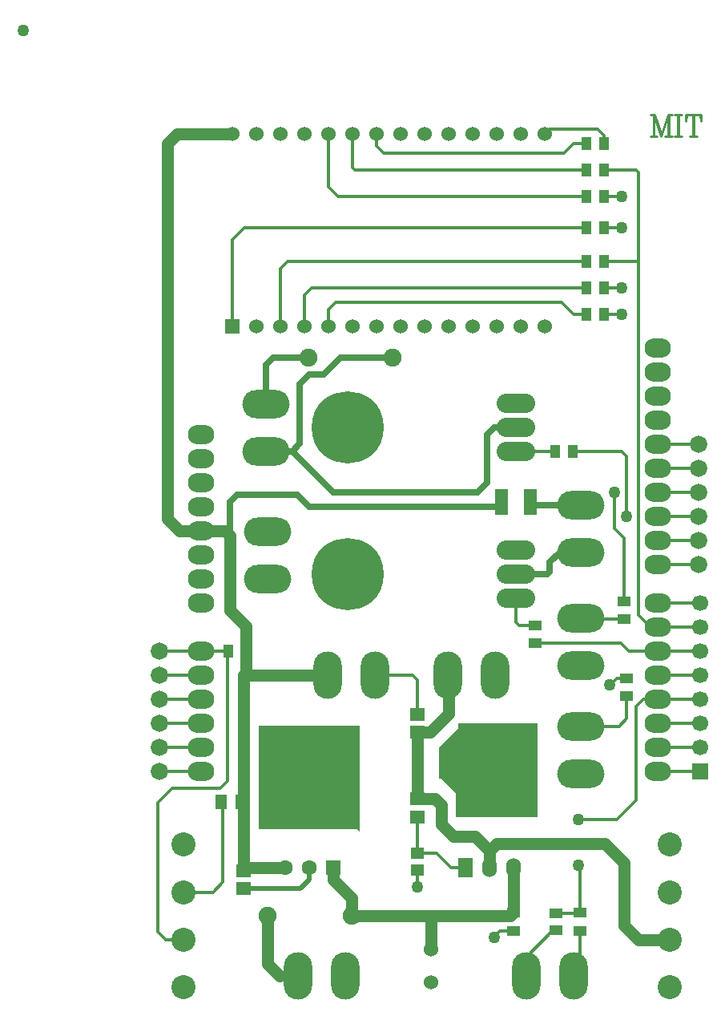
<source format=gtl>
G04 Layer_Physical_Order=1*
G04 Layer_Color=25308*
%FSLAX25Y25*%
%MOIN*%
G70*
G01*
G75*
%ADD10R,0.05709X0.11024*%
%ADD11R,0.05315X0.03937*%
%ADD12R,0.05500X0.04000*%
%ADD13R,0.05709X0.04528*%
%ADD14R,0.06102X0.05315*%
%ADD15R,0.05906X0.05512*%
%ADD16R,0.04921X0.06102*%
%ADD17R,0.04134X0.05709*%
%ADD18R,0.03937X0.05315*%
%ADD19C,0.02500*%
%ADD20C,0.01200*%
%ADD21C,0.02000*%
%ADD22C,0.05000*%
%ADD23C,0.01000*%
%ADD24R,0.06299X0.06299*%
%ADD25C,0.06299*%
G04:AMPARAMS|DCode=26|XSize=196.85mil|YSize=118.11mil|CornerRadius=59.06mil|HoleSize=0mil|Usage=FLASHONLY|Rotation=0.000|XOffset=0mil|YOffset=0mil|HoleType=Round|Shape=RoundedRectangle|*
%AMROUNDEDRECTD26*
21,1,0.19685,0.00000,0,0,0.0*
21,1,0.07874,0.11811,0,0,0.0*
1,1,0.11811,0.03937,0.00000*
1,1,0.11811,-0.03937,0.00000*
1,1,0.11811,-0.03937,0.00000*
1,1,0.11811,0.03937,0.00000*
%
%ADD26ROUNDEDRECTD26*%
%ADD27C,0.10000*%
G04:AMPARAMS|DCode=28|XSize=196.85mil|YSize=118.11mil|CornerRadius=59.06mil|HoleSize=0mil|Usage=FLASHONLY|Rotation=90.000|XOffset=0mil|YOffset=0mil|HoleType=Round|Shape=RoundedRectangle|*
%AMROUNDEDRECTD28*
21,1,0.19685,0.00000,0,0,90.0*
21,1,0.07874,0.11811,0,0,90.0*
1,1,0.11811,0.00000,0.03937*
1,1,0.11811,0.00000,-0.03937*
1,1,0.11811,0.00000,-0.03937*
1,1,0.11811,0.00000,0.03937*
%
%ADD28ROUNDEDRECTD28*%
%ADD29R,0.06000X0.08000*%
%ADD30O,0.06000X0.08000*%
%ADD31C,0.06000*%
%ADD32C,0.07500*%
%ADD33R,0.06000X0.06000*%
%ADD34O,0.16000X0.08000*%
%ADD35C,0.30000*%
%ADD36C,0.06693*%
%ADD37R,0.06693X0.06693*%
%ADD38C,0.07200*%
%ADD39O,0.11000X0.08000*%
%ADD40C,0.05000*%
G36*
X196000Y190000D02*
X195000Y191000D01*
X154000D01*
Y234000D01*
X196000D01*
Y190000D01*
D02*
G37*
G36*
X270000Y196000D02*
X236000D01*
Y206000D01*
X230000Y212000D01*
X229000D01*
Y225000D01*
X237000Y233000D01*
Y235000D01*
X270000D01*
Y196000D01*
D02*
G37*
D10*
X267004Y327000D02*
D03*
X254996D02*
D03*
D11*
X269000Y275543D02*
D03*
Y268457D02*
D03*
X307000Y246457D02*
D03*
Y253543D02*
D03*
X277500Y148957D02*
D03*
Y156043D02*
D03*
X306000Y278457D02*
D03*
Y285543D02*
D03*
D12*
X287500Y156250D02*
D03*
Y148750D02*
D03*
X260000Y156250D02*
D03*
Y148750D02*
D03*
D13*
X220000Y174055D02*
D03*
Y180945D02*
D03*
D14*
Y203839D02*
D03*
Y196161D02*
D03*
D15*
X147500Y166260D02*
D03*
Y173740D02*
D03*
X220000Y238740D02*
D03*
Y231260D02*
D03*
D16*
X138465Y202500D02*
D03*
X146535D02*
D03*
D17*
X148642Y265000D02*
D03*
X141358D02*
D03*
D18*
X277457Y348000D02*
D03*
X284543D02*
D03*
X290457Y416000D02*
D03*
X297543D02*
D03*
X290457Y405000D02*
D03*
X297543D02*
D03*
Y465000D02*
D03*
X290457D02*
D03*
X290457Y427000D02*
D03*
X297543D02*
D03*
X290457Y441000D02*
D03*
X297543D02*
D03*
Y454000D02*
D03*
X290457D02*
D03*
X297543Y476000D02*
D03*
X290457D02*
D03*
D19*
X268161Y325843D02*
X288000D01*
X267004Y327000D02*
X268161Y325843D01*
X252996Y325000D02*
X254996Y327000D01*
X175000Y325000D02*
X252996D01*
X275000Y298000D02*
Y302000D01*
X274000Y297000D02*
X275000Y298000D01*
X261000Y297000D02*
X274000D01*
X252000Y358000D02*
X261000D01*
X249000Y355000D02*
X252000Y358000D01*
X249000Y335000D02*
Y355000D01*
X245000Y331000D02*
X249000Y335000D01*
X185000Y331000D02*
X245000D01*
X157000Y367843D02*
Y384000D01*
X160000Y387000D02*
X174500D01*
X157000Y384000D02*
X160000Y387000D01*
X188000D02*
X209500D01*
X181000Y380000D02*
X188000Y387000D01*
X175000Y380000D02*
X181000D01*
X171000Y376000D02*
X175000Y380000D01*
X171000Y351315D02*
Y376000D01*
X167843Y348157D02*
X171000Y351315D01*
X157000Y348157D02*
X167843D01*
X170000Y330000D02*
X175000Y325000D01*
X145000Y330000D02*
X170000D01*
X142000Y327000D02*
X145000Y330000D01*
X142000Y313000D02*
Y327000D01*
X167843Y348157D02*
X185000Y331000D01*
X275000Y302000D02*
X279157Y306157D01*
X288000D01*
X287843Y326000D02*
X288000Y325843D01*
D20*
X261000Y277000D02*
Y287000D01*
Y277000D02*
X262457Y275543D01*
X269000D01*
X307000Y321000D02*
Y346000D01*
X305000Y348000D02*
X307000Y346000D01*
X284543Y348000D02*
X305000D01*
X261000D02*
X277457D01*
X297543Y441000D02*
X305000D01*
X302000Y316000D02*
Y331000D01*
Y316000D02*
X306000Y312000D01*
Y285543D02*
Y312000D01*
X312000Y427000D02*
Y464000D01*
Y280000D02*
Y427000D01*
X297543D02*
X312000D01*
X297543Y465000D02*
X311000D01*
X312000Y464000D01*
X220000Y167000D02*
Y174055D01*
X254250Y148750D02*
X260000D01*
X253000Y147500D02*
X254250Y148750D01*
X297543Y405000D02*
X305000D01*
X297543Y454000D02*
X305000D01*
X297543Y416000D02*
X305000D01*
X300000Y251000D02*
X300457D01*
X303000Y253543D01*
X307000D01*
X312000Y280000D02*
X317000Y275000D01*
X320000D01*
X314000Y245000D02*
X320000D01*
X311000Y242000D02*
X314000Y245000D01*
X311000Y203000D02*
Y242000D01*
X303000Y195000D02*
X311000Y203000D01*
X202343Y255000D02*
X218000D01*
X220000Y253000D01*
Y238740D02*
Y253000D01*
Y180945D02*
Y196161D01*
Y180945D02*
X228055D01*
X234000Y175000D01*
X240000D01*
X112500Y265000D02*
X130000D01*
X141358D01*
X141000Y211000D02*
Y264642D01*
X138000Y208000D02*
X141000Y211000D01*
X118000Y208000D02*
X138000D01*
X112000Y202000D02*
X118000Y208000D01*
X112000Y148315D02*
Y202000D01*
Y148315D02*
X115157Y145157D01*
X122500D01*
X139000Y169000D02*
Y201965D01*
X134843Y164843D02*
X139000Y169000D01*
X122500Y164843D02*
X134843D01*
X277500Y156043D02*
X287293D01*
X265157Y137657D02*
X276457Y148957D01*
X265157Y130000D02*
Y137657D01*
X287500Y132657D02*
Y148750D01*
X284843Y130000D02*
X287500Y132657D01*
X285000Y405000D02*
X290457D01*
X280000Y410000D02*
X285000Y405000D01*
X186000Y410000D02*
X280000D01*
X183000Y407000D02*
X186000Y410000D01*
X183000Y400000D02*
Y407000D01*
X176000Y416000D02*
X290457D01*
X173000Y413000D02*
X176000Y416000D01*
X173000Y400000D02*
Y413000D01*
X166000Y427000D02*
X290457D01*
X163000Y424000D02*
X166000Y427000D01*
X163000Y400000D02*
Y424000D01*
X148000Y441000D02*
X290457D01*
X143000Y436000D02*
X148000Y441000D01*
X143000Y400000D02*
Y436000D01*
X187000Y454000D02*
X290457D01*
X183000Y458000D02*
X187000Y454000D01*
X183000Y458000D02*
Y480000D01*
X194000Y465000D02*
X290457D01*
X193000Y466000D02*
X194000Y465000D01*
X193000Y466000D02*
Y480000D01*
X285000Y476000D02*
X290457D01*
X281000Y472000D02*
X285000Y476000D01*
X206000Y472000D02*
X281000D01*
X203000Y475000D02*
X206000Y472000D01*
X203000Y476000D02*
Y480000D01*
X269000Y268457D02*
X304543D01*
X308000Y265000D01*
X320000D01*
X307000Y237000D02*
Y246457D01*
X303843Y233843D02*
X307000Y237000D01*
X288000Y233843D02*
X303843D01*
X288386Y278457D02*
X306000D01*
X297543Y476000D02*
Y479457D01*
X295000Y482000D02*
X297543Y479457D01*
X275000Y482000D02*
X295000D01*
X273000Y480000D02*
X275000Y482000D01*
X112500Y255000D02*
X130000D01*
X112500Y245000D02*
X130000D01*
X112500Y235000D02*
X130000D01*
X112500Y225000D02*
X130000D01*
X112500Y215000D02*
X130000D01*
X320000Y245000D02*
X337500D01*
X147500Y173740D02*
Y187600D01*
X146535Y188565D02*
X147500Y187600D01*
X146535Y188565D02*
Y202500D01*
X203000Y475000D02*
Y476000D01*
X276457Y148957D02*
X277500D01*
X162500Y130000D02*
X170157D01*
X141358Y264642D02*
Y265000D01*
X288000Y278843D02*
X290200D01*
X288386Y278600D02*
X290200D01*
X288386Y278457D02*
Y278600D01*
X138465Y201965D02*
Y202500D01*
X320000Y215000D02*
X337500D01*
X320000Y225000D02*
X337500D01*
X320000Y235000D02*
X337500D01*
X182657Y255000D02*
Y255600D01*
X148642D02*
Y256142D01*
X320000Y255000D02*
X337500D01*
X320000Y265000D02*
X337500D01*
X320000Y275000D02*
X337500D01*
X320000Y285000D02*
X337500D01*
X320000Y301000D02*
X337000D01*
X320000Y311000D02*
X337000D01*
X320000Y321000D02*
X337000D01*
X320000Y331000D02*
X337000D01*
X320000Y341000D02*
X337000D01*
X320000Y351000D02*
X337000D01*
X290200Y278600D02*
Y278843D01*
X138465Y201965D02*
X139000D01*
X141000Y264642D02*
X141358D01*
X148642Y255600D02*
X182657D01*
X141000Y264642D02*
X141358D01*
X138465Y201965D02*
X139000D01*
X290200Y278600D02*
Y278843D01*
X287500Y156250D02*
Y175500D01*
X287000Y176000D02*
X287500Y175500D01*
X287000Y195000D02*
X303000D01*
D21*
X175000Y170000D02*
Y175000D01*
X171260Y166260D02*
X175000Y170000D01*
X147500Y166260D02*
X171260D01*
D22*
X116000Y476000D02*
X120000Y480000D01*
X116000Y320000D02*
Y476000D01*
Y320000D02*
X121000Y315000D01*
X130000D01*
X140000D01*
X142000Y313000D01*
Y282000D02*
Y313000D01*
Y282000D02*
X148642Y275358D01*
Y265000D02*
Y275358D01*
Y256142D02*
Y265000D01*
X311843Y145157D02*
X325000D01*
X306000Y151000D02*
X311843Y145157D01*
X306000Y151000D02*
Y177000D01*
X298000Y185000D02*
X306000Y177000D01*
X253000Y185000D02*
X298000D01*
X250000Y182000D02*
X253000Y185000D01*
X250000Y175000D02*
Y182000D01*
X233000Y239000D02*
Y254657D01*
X225260Y231260D02*
X233000Y239000D01*
X220000Y231260D02*
X225260D01*
X220000Y203839D02*
Y231260D01*
Y203839D02*
X227161D01*
X230000Y201000D01*
Y193000D02*
Y201000D01*
Y193000D02*
X235000Y188000D01*
X244000D01*
X250000Y182000D01*
X147500Y173740D02*
X148760Y175000D01*
X165000D01*
X192500Y155000D02*
X258750D01*
X225748Y141142D02*
Y154252D01*
X258750Y155000D02*
X260000Y156250D01*
Y175000D01*
X185000Y170000D02*
Y175000D01*
Y170000D02*
X192500Y162500D01*
Y155000D02*
Y162500D01*
X157500Y135000D02*
X162500Y130000D01*
X157500Y135000D02*
Y155000D01*
X120000Y480000D02*
X143000D01*
X147500Y255000D02*
X182657D01*
X232657D02*
X233000Y254657D01*
X147500Y173740D02*
Y255000D01*
D23*
X318285Y487998D02*
Y479000D01*
X318714Y487998D02*
X321285Y480285D01*
X318285Y487998D02*
X321285Y479000D01*
X324284Y487998D02*
X321285Y479000D01*
X324284Y487998D02*
Y479000D01*
X324713Y487998D02*
Y479000D01*
X317000Y487998D02*
X318714D01*
X324284D02*
X325998D01*
X317000Y479000D02*
X319571D01*
X322999D02*
X325998D01*
X328312Y487998D02*
Y479000D01*
X328740Y487998D02*
Y479000D01*
X327026Y487998D02*
X330026D01*
X327026Y479000D02*
X330026D01*
X334653Y487998D02*
Y479000D01*
X335082Y487998D02*
Y479000D01*
X332083Y487998D02*
X331654Y485427D01*
Y487998D01*
X338081D01*
Y485427D01*
X337653Y487998D01*
X333368Y479000D02*
X336367D01*
D24*
X185000Y175000D02*
D03*
D25*
X175000D02*
D03*
X165000D02*
D03*
D26*
X288000Y259157D02*
D03*
Y278843D02*
D03*
Y214157D02*
D03*
Y233843D02*
D03*
X157500Y295157D02*
D03*
Y314843D02*
D03*
X157000Y348157D02*
D03*
Y367843D02*
D03*
X288000Y306157D02*
D03*
Y325843D02*
D03*
D27*
X325000Y125472D02*
D03*
Y145157D02*
D03*
Y164843D02*
D03*
Y184528D02*
D03*
X122500Y125472D02*
D03*
Y145157D02*
D03*
Y164843D02*
D03*
Y184528D02*
D03*
D28*
X284843Y130000D02*
D03*
X265157D02*
D03*
X189843D02*
D03*
X170157D02*
D03*
X252343Y255000D02*
D03*
X232657D02*
D03*
X202343D02*
D03*
X182657D02*
D03*
D29*
X240000Y175000D02*
D03*
D30*
X250000D02*
D03*
X260000D02*
D03*
D31*
X225748Y141142D02*
D03*
Y127362D02*
D03*
X163000Y480000D02*
D03*
X173000D02*
D03*
X253000D02*
D03*
X243000D02*
D03*
X233000D02*
D03*
X223000D02*
D03*
X213000D02*
D03*
X203000D02*
D03*
X193000D02*
D03*
X183000D02*
D03*
X153000Y400000D02*
D03*
X163000D02*
D03*
X173000D02*
D03*
X183000D02*
D03*
X193000D02*
D03*
X203000D02*
D03*
X213000D02*
D03*
X223000D02*
D03*
X233000D02*
D03*
X243000D02*
D03*
X253000D02*
D03*
X263000D02*
D03*
X273000D02*
D03*
X143000Y480000D02*
D03*
X153000D02*
D03*
X263000D02*
D03*
X273000D02*
D03*
D32*
X192500Y155000D02*
D03*
X157500D02*
D03*
X174500Y387000D02*
D03*
X209500D02*
D03*
D33*
X143000Y400000D02*
D03*
D34*
X261000Y287000D02*
D03*
Y297000D02*
D03*
Y307000D02*
D03*
Y348000D02*
D03*
Y358000D02*
D03*
Y368000D02*
D03*
D35*
X191000Y297000D02*
D03*
Y358000D02*
D03*
D36*
X337500Y285000D02*
D03*
Y265000D02*
D03*
Y275000D02*
D03*
Y225000D02*
D03*
Y235000D02*
D03*
Y255000D02*
D03*
Y245000D02*
D03*
D37*
Y215000D02*
D03*
D38*
X337000Y351000D02*
D03*
Y341000D02*
D03*
Y331000D02*
D03*
Y321000D02*
D03*
Y311000D02*
D03*
Y301000D02*
D03*
X112500Y215000D02*
D03*
Y225000D02*
D03*
Y235000D02*
D03*
Y245000D02*
D03*
Y255000D02*
D03*
Y265000D02*
D03*
D39*
X320000Y215000D02*
D03*
Y341000D02*
D03*
Y351000D02*
D03*
Y361000D02*
D03*
Y371000D02*
D03*
Y381000D02*
D03*
Y391000D02*
D03*
Y331000D02*
D03*
Y321000D02*
D03*
Y311000D02*
D03*
Y301000D02*
D03*
Y235000D02*
D03*
Y245000D02*
D03*
Y255000D02*
D03*
Y265000D02*
D03*
Y275000D02*
D03*
Y285000D02*
D03*
Y225000D02*
D03*
X130000Y285000D02*
D03*
Y295000D02*
D03*
Y355000D02*
D03*
Y345000D02*
D03*
Y335000D02*
D03*
Y325000D02*
D03*
Y315000D02*
D03*
Y305000D02*
D03*
Y215000D02*
D03*
Y225000D02*
D03*
Y235000D02*
D03*
Y245000D02*
D03*
Y255000D02*
D03*
Y265000D02*
D03*
D40*
X302000Y331000D02*
D03*
X307000Y321000D02*
D03*
X220000Y167000D02*
D03*
X252000Y146000D02*
D03*
X305000Y441000D02*
D03*
Y405000D02*
D03*
Y454000D02*
D03*
Y416000D02*
D03*
X300000Y251000D02*
D03*
X287000Y176000D02*
D03*
Y195000D02*
D03*
X56000Y523000D02*
D03*
M02*

</source>
